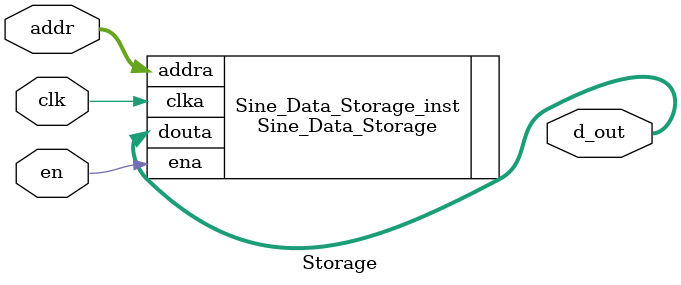
<source format=v>

`timescale 1ns/100ps

module Storage (
   input wire clk,
   input wire en,
   input wire [5:0] addr,
   output wire [31:0] d_out
);
Sine_Data_Storage Sine_Data_Storage_inst (
   
   
	.clka           (clk),
    
    .ena            (en),
   
    .addra          (addr),
   
    .douta          (d_out)
	
);




endmodule 
</source>
